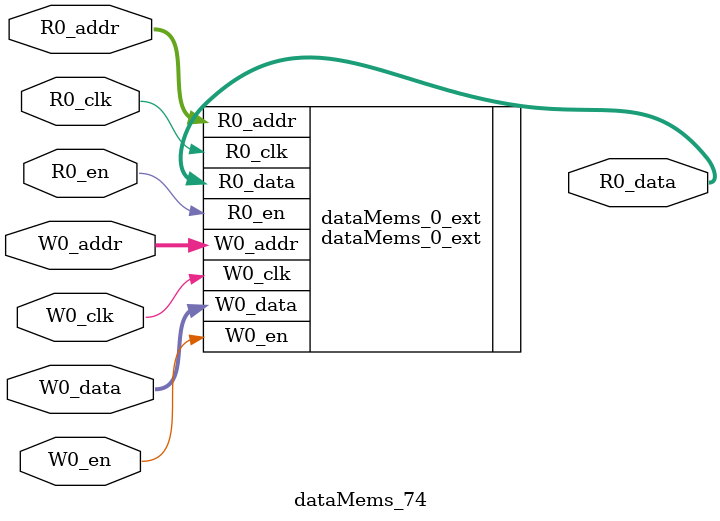
<source format=sv>
`ifndef RANDOMIZE
  `ifdef RANDOMIZE_REG_INIT
    `define RANDOMIZE
  `endif // RANDOMIZE_REG_INIT
`endif // not def RANDOMIZE
`ifndef RANDOMIZE
  `ifdef RANDOMIZE_MEM_INIT
    `define RANDOMIZE
  `endif // RANDOMIZE_MEM_INIT
`endif // not def RANDOMIZE

`ifndef RANDOM
  `define RANDOM $random
`endif // not def RANDOM

// Users can define 'PRINTF_COND' to add an extra gate to prints.
`ifndef PRINTF_COND_
  `ifdef PRINTF_COND
    `define PRINTF_COND_ (`PRINTF_COND)
  `else  // PRINTF_COND
    `define PRINTF_COND_ 1
  `endif // PRINTF_COND
`endif // not def PRINTF_COND_

// Users can define 'ASSERT_VERBOSE_COND' to add an extra gate to assert error printing.
`ifndef ASSERT_VERBOSE_COND_
  `ifdef ASSERT_VERBOSE_COND
    `define ASSERT_VERBOSE_COND_ (`ASSERT_VERBOSE_COND)
  `else  // ASSERT_VERBOSE_COND
    `define ASSERT_VERBOSE_COND_ 1
  `endif // ASSERT_VERBOSE_COND
`endif // not def ASSERT_VERBOSE_COND_

// Users can define 'STOP_COND' to add an extra gate to stop conditions.
`ifndef STOP_COND_
  `ifdef STOP_COND
    `define STOP_COND_ (`STOP_COND)
  `else  // STOP_COND
    `define STOP_COND_ 1
  `endif // STOP_COND
`endif // not def STOP_COND_

// Users can define INIT_RANDOM as general code that gets injected into the
// initializer block for modules with registers.
`ifndef INIT_RANDOM
  `define INIT_RANDOM
`endif // not def INIT_RANDOM

// If using random initialization, you can also define RANDOMIZE_DELAY to
// customize the delay used, otherwise 0.002 is used.
`ifndef RANDOMIZE_DELAY
  `define RANDOMIZE_DELAY 0.002
`endif // not def RANDOMIZE_DELAY

// Define INIT_RANDOM_PROLOG_ for use in our modules below.
`ifndef INIT_RANDOM_PROLOG_
  `ifdef RANDOMIZE
    `ifdef VERILATOR
      `define INIT_RANDOM_PROLOG_ `INIT_RANDOM
    `else  // VERILATOR
      `define INIT_RANDOM_PROLOG_ `INIT_RANDOM #`RANDOMIZE_DELAY begin end
    `endif // VERILATOR
  `else  // RANDOMIZE
    `define INIT_RANDOM_PROLOG_
  `endif // RANDOMIZE
`endif // not def INIT_RANDOM_PROLOG_

// Include register initializers in init blocks unless synthesis is set
`ifndef SYNTHESIS
  `ifndef ENABLE_INITIAL_REG_
    `define ENABLE_INITIAL_REG_
  `endif // not def ENABLE_INITIAL_REG_
`endif // not def SYNTHESIS

// Include rmemory initializers in init blocks unless synthesis is set
`ifndef SYNTHESIS
  `ifndef ENABLE_INITIAL_MEM_
    `define ENABLE_INITIAL_MEM_
  `endif // not def ENABLE_INITIAL_MEM_
`endif // not def SYNTHESIS

module dataMems_74(	// @[generators/ara/src/main/scala/UnsafeAXI4ToTL.scala:365:62]
  input  [4:0]   R0_addr,
  input          R0_en,
  input          R0_clk,
  output [258:0] R0_data,
  input  [4:0]   W0_addr,
  input          W0_en,
  input          W0_clk,
  input  [258:0] W0_data
);

  dataMems_0_ext dataMems_0_ext (	// @[generators/ara/src/main/scala/UnsafeAXI4ToTL.scala:365:62]
    .R0_addr (R0_addr),
    .R0_en   (R0_en),
    .R0_clk  (R0_clk),
    .R0_data (R0_data),
    .W0_addr (W0_addr),
    .W0_en   (W0_en),
    .W0_clk  (W0_clk),
    .W0_data (W0_data)
  );
endmodule


</source>
